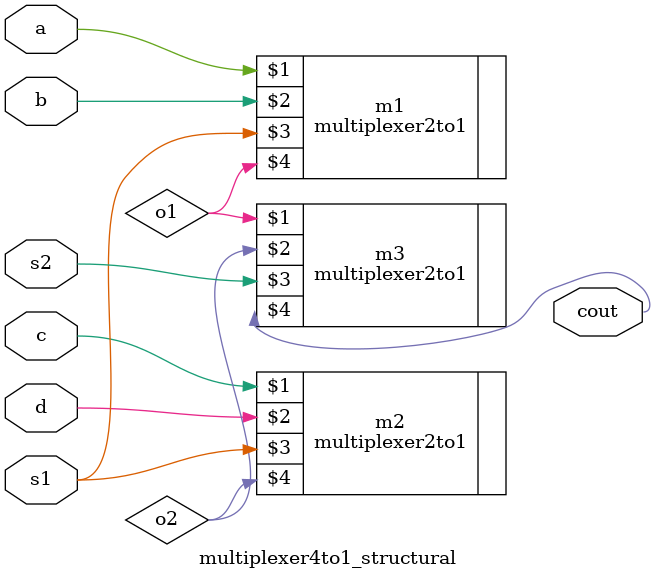
<source format=v>
`timescale 1ns / 1ps
module multiplexer4to1_structural(
    input a,
    input b,
	 input c,
	 input d,
    input s1,
    input s2,
    output cout
    );
	
		wire o1,o2;
		multiplexer2to1 m1(a,b,s1,o1);
		multiplexer2to1 m2(c,d,s1,o2);
		multiplexer2to1 m3(o1,o2,s2,cout);
		
endmodule

</source>
